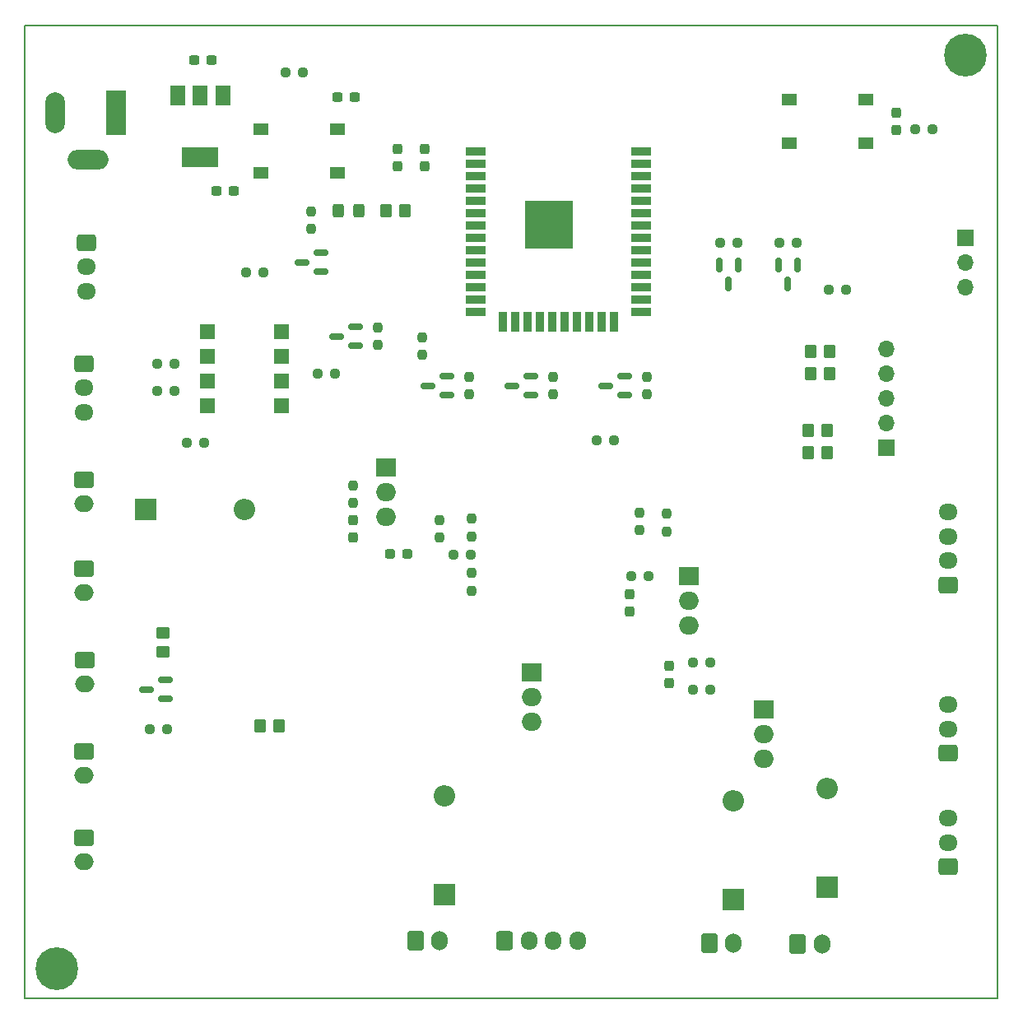
<source format=gbr>
%TF.GenerationSoftware,KiCad,Pcbnew,(6.0.7)*%
%TF.CreationDate,2022-10-25T22:42:20-05:00*%
%TF.ProjectId,embebidos,656d6265-6269-4646-9f73-2e6b69636164,rev?*%
%TF.SameCoordinates,Original*%
%TF.FileFunction,Soldermask,Top*%
%TF.FilePolarity,Negative*%
%FSLAX46Y46*%
G04 Gerber Fmt 4.6, Leading zero omitted, Abs format (unit mm)*
G04 Created by KiCad (PCBNEW (6.0.7)) date 2022-10-25 22:42:20*
%MOMM*%
%LPD*%
G01*
G04 APERTURE LIST*
G04 Aperture macros list*
%AMRoundRect*
0 Rectangle with rounded corners*
0 $1 Rounding radius*
0 $2 $3 $4 $5 $6 $7 $8 $9 X,Y pos of 4 corners*
0 Add a 4 corners polygon primitive as box body*
4,1,4,$2,$3,$4,$5,$6,$7,$8,$9,$2,$3,0*
0 Add four circle primitives for the rounded corners*
1,1,$1+$1,$2,$3*
1,1,$1+$1,$4,$5*
1,1,$1+$1,$6,$7*
1,1,$1+$1,$8,$9*
0 Add four rect primitives between the rounded corners*
20,1,$1+$1,$2,$3,$4,$5,0*
20,1,$1+$1,$4,$5,$6,$7,0*
20,1,$1+$1,$6,$7,$8,$9,0*
20,1,$1+$1,$8,$9,$2,$3,0*%
G04 Aperture macros list end*
%TA.AperFunction,Profile*%
%ADD10C,0.150000*%
%TD*%
%ADD11R,2.200000X2.200000*%
%ADD12O,2.200000X2.200000*%
%ADD13RoundRect,0.250000X-0.600000X-0.750000X0.600000X-0.750000X0.600000X0.750000X-0.600000X0.750000X0*%
%ADD14O,1.700000X2.000000*%
%ADD15RoundRect,0.237500X-0.237500X0.250000X-0.237500X-0.250000X0.237500X-0.250000X0.237500X0.250000X0*%
%ADD16RoundRect,0.237500X0.237500X-0.250000X0.237500X0.250000X-0.237500X0.250000X-0.237500X-0.250000X0*%
%ADD17RoundRect,0.237500X-0.237500X0.287500X-0.237500X-0.287500X0.237500X-0.287500X0.237500X0.287500X0*%
%ADD18RoundRect,0.250000X-0.725000X0.600000X-0.725000X-0.600000X0.725000X-0.600000X0.725000X0.600000X0*%
%ADD19O,1.950000X1.700000*%
%ADD20RoundRect,0.237500X0.237500X-0.287500X0.237500X0.287500X-0.237500X0.287500X-0.237500X-0.287500X0*%
%ADD21RoundRect,0.237500X-0.250000X-0.237500X0.250000X-0.237500X0.250000X0.237500X-0.250000X0.237500X0*%
%ADD22RoundRect,0.237500X0.237500X-0.300000X0.237500X0.300000X-0.237500X0.300000X-0.237500X-0.300000X0*%
%ADD23RoundRect,0.237500X-0.300000X-0.237500X0.300000X-0.237500X0.300000X0.237500X-0.300000X0.237500X0*%
%ADD24RoundRect,0.250000X-0.350000X-0.450000X0.350000X-0.450000X0.350000X0.450000X-0.350000X0.450000X0*%
%ADD25R,2.000000X1.905000*%
%ADD26O,2.000000X1.905000*%
%ADD27RoundRect,0.237500X0.300000X0.237500X-0.300000X0.237500X-0.300000X-0.237500X0.300000X-0.237500X0*%
%ADD28RoundRect,0.237500X0.250000X0.237500X-0.250000X0.237500X-0.250000X-0.237500X0.250000X-0.237500X0*%
%ADD29RoundRect,0.250000X0.350000X0.450000X-0.350000X0.450000X-0.350000X-0.450000X0.350000X-0.450000X0*%
%ADD30R,1.700000X1.700000*%
%ADD31O,1.700000X1.700000*%
%ADD32RoundRect,0.250000X0.725000X-0.600000X0.725000X0.600000X-0.725000X0.600000X-0.725000X-0.600000X0*%
%ADD33RoundRect,0.250000X-0.750000X0.600000X-0.750000X-0.600000X0.750000X-0.600000X0.750000X0.600000X0*%
%ADD34O,2.000000X1.700000*%
%ADD35R,2.000000X0.900000*%
%ADD36R,0.900000X2.000000*%
%ADD37R,5.000000X5.000000*%
%ADD38C,4.400000*%
%ADD39C,2.600000*%
%ADD40RoundRect,0.250000X-0.325000X-0.450000X0.325000X-0.450000X0.325000X0.450000X-0.325000X0.450000X0*%
%ADD41R,1.550000X1.300000*%
%ADD42RoundRect,0.150000X0.587500X0.150000X-0.587500X0.150000X-0.587500X-0.150000X0.587500X-0.150000X0*%
%ADD43R,1.500000X2.000000*%
%ADD44R,3.800000X2.000000*%
%ADD45R,2.000000X4.600000*%
%ADD46O,2.000000X4.200000*%
%ADD47O,4.200000X2.000000*%
%ADD48R,1.600000X1.600000*%
%ADD49RoundRect,0.237500X-0.287500X-0.237500X0.287500X-0.237500X0.287500X0.237500X-0.287500X0.237500X0*%
%ADD50RoundRect,0.250000X-0.450000X0.350000X-0.450000X-0.350000X0.450000X-0.350000X0.450000X0.350000X0*%
%ADD51RoundRect,0.150000X-0.150000X0.587500X-0.150000X-0.587500X0.150000X-0.587500X0.150000X0.587500X0*%
%ADD52RoundRect,0.250000X-0.600000X-0.725000X0.600000X-0.725000X0.600000X0.725000X-0.600000X0.725000X0*%
%ADD53O,1.700000X1.950000*%
G04 APERTURE END LIST*
D10*
X53594000Y-41910000D02*
X153670000Y-41910000D01*
X153670000Y-41910000D02*
X153670000Y-141986000D01*
X153670000Y-141986000D02*
X53594000Y-141986000D01*
X53594000Y-141986000D02*
X53594000Y-41910000D01*
D11*
%TO.C,D7*%
X96774000Y-131318000D03*
D12*
X96774000Y-121158000D03*
%TD*%
D13*
%TO.C,Vent1*%
X123972000Y-136352000D03*
D14*
X126472000Y-136352000D03*
%TD*%
D15*
%TO.C,R9*%
X87376000Y-89257500D03*
X87376000Y-91082500D03*
%TD*%
%TO.C,R16*%
X116840000Y-92051500D03*
X116840000Y-93876500D03*
%TD*%
D16*
%TO.C,R12*%
X99568000Y-100076000D03*
X99568000Y-98251000D03*
%TD*%
D17*
%TO.C,D6*%
X119888000Y-107837000D03*
X119888000Y-109587000D03*
%TD*%
D18*
%TO.C,Botones_M1*%
X59690000Y-76708000D03*
D19*
X59690000Y-79208000D03*
X59690000Y-81708000D03*
%TD*%
D13*
%TO.C,Vent2*%
X133096000Y-136398000D03*
D14*
X135596000Y-136398000D03*
%TD*%
D20*
%TO.C,D1*%
X115824000Y-102221000D03*
X115824000Y-100471000D03*
%TD*%
D16*
%TO.C,R29*%
X117602000Y-79906500D03*
X117602000Y-78081500D03*
%TD*%
D21*
%TO.C,R28*%
X83669500Y-77724000D03*
X85494500Y-77724000D03*
%TD*%
D22*
%TO.C,C2*%
X91948000Y-56388000D03*
X91948000Y-54663000D03*
%TD*%
D23*
%TO.C,C1*%
X73305500Y-58928000D03*
X75030500Y-58928000D03*
%TD*%
D24*
%TO.C,R_p1*%
X90694000Y-60960000D03*
X92694000Y-60960000D03*
%TD*%
D21*
%TO.C,10k3*%
X76303500Y-67310000D03*
X78128500Y-67310000D03*
%TD*%
D16*
%TO.C,R27*%
X89916000Y-74826500D03*
X89916000Y-73001500D03*
%TD*%
D25*
%TO.C,Q2*%
X121920000Y-98552000D03*
D26*
X121920000Y-101092000D03*
X121920000Y-103632000D03*
%TD*%
D16*
%TO.C,10k4*%
X83058000Y-62888500D03*
X83058000Y-61063500D03*
%TD*%
D27*
%TO.C,C6*%
X87476500Y-49276000D03*
X85751500Y-49276000D03*
%TD*%
D28*
%TO.C,R10*%
X124102500Y-110236000D03*
X122277500Y-110236000D03*
%TD*%
D13*
%TO.C,Humi1*%
X93746000Y-136098000D03*
D14*
X96246000Y-136098000D03*
%TD*%
D29*
%TO.C,RCL2*%
X136128000Y-85852000D03*
X134128000Y-85852000D03*
%TD*%
D30*
%TO.C,J_I2C1*%
X142158000Y-85364000D03*
D31*
X142158000Y-82824000D03*
X142158000Y-80284000D03*
X142158000Y-77744000D03*
X142158000Y-75204000D03*
%TD*%
D15*
%TO.C,R7*%
X96266000Y-92813500D03*
X96266000Y-94638500D03*
%TD*%
D16*
%TO.C,R3*%
X119634000Y-93980000D03*
X119634000Y-92155000D03*
%TD*%
D11*
%TO.C,D8*%
X136144000Y-130556000D03*
D12*
X136144000Y-120396000D03*
%TD*%
D32*
%TO.C,DHT11_2*%
X148590000Y-116800000D03*
D19*
X148590000Y-114300000D03*
X148590000Y-111800000D03*
%TD*%
D16*
%TO.C,R11*%
X107950000Y-79906500D03*
X107950000Y-78081500D03*
%TD*%
D18*
%TO.C,SE1*%
X59944000Y-64262000D03*
D19*
X59944000Y-66762000D03*
X59944000Y-69262000D03*
%TD*%
D22*
%TO.C,C4*%
X143256000Y-52678500D03*
X143256000Y-50953500D03*
%TD*%
D33*
%TO.C,LedRojo1*%
X59736000Y-107208000D03*
D34*
X59736000Y-109708000D03*
%TD*%
D25*
%TO.C,Q3*%
X105735000Y-108458000D03*
D26*
X105735000Y-110998000D03*
X105735000Y-113538000D03*
%TD*%
D35*
%TO.C,U1*%
X99958000Y-54907000D03*
X99958000Y-56177000D03*
X99958000Y-57447000D03*
X99958000Y-58717000D03*
X99958000Y-59987000D03*
X99958000Y-61257000D03*
X99958000Y-62527000D03*
X99958000Y-63797000D03*
X99958000Y-65067000D03*
X99958000Y-66337000D03*
X99958000Y-67607000D03*
X99958000Y-68877000D03*
X99958000Y-70147000D03*
X99958000Y-71417000D03*
D36*
X102743000Y-72417000D03*
X104013000Y-72417000D03*
X105283000Y-72417000D03*
X106553000Y-72417000D03*
X107823000Y-72417000D03*
X109093000Y-72417000D03*
X110363000Y-72417000D03*
X111633000Y-72417000D03*
X112903000Y-72417000D03*
X114173000Y-72417000D03*
D35*
X116958000Y-71417000D03*
X116958000Y-70147000D03*
X116958000Y-68877000D03*
X116958000Y-67607000D03*
X116958000Y-66337000D03*
X116958000Y-65067000D03*
X116958000Y-63797000D03*
X116958000Y-62527000D03*
X116958000Y-61257000D03*
X116958000Y-59987000D03*
X116958000Y-58717000D03*
X116958000Y-57447000D03*
X116958000Y-56177000D03*
X116958000Y-54907000D03*
D37*
X107458000Y-62407000D03*
%TD*%
D21*
%TO.C,R1*%
X80367500Y-46736000D03*
X82192500Y-46736000D03*
%TD*%
D38*
%TO.C,REF\u002A\u002A*%
X150368000Y-44958000D03*
D39*
X150368000Y-44958000D03*
%TD*%
D33*
%TO.C,LedVerde1*%
X59690000Y-125476000D03*
D34*
X59690000Y-127976000D03*
%TD*%
D33*
%TO.C,J3*%
X59690000Y-97790000D03*
D34*
X59690000Y-100290000D03*
%TD*%
D33*
%TO.C,Buzzer1*%
X59690000Y-116586000D03*
D34*
X59690000Y-119086000D03*
%TD*%
D40*
%TO.C,L_p1*%
X85843000Y-60960000D03*
X87893000Y-60960000D03*
%TD*%
D28*
%TO.C,R20*%
X138072500Y-69088000D03*
X136247500Y-69088000D03*
%TD*%
D16*
%TO.C,R4*%
X99568000Y-94488000D03*
X99568000Y-92663000D03*
%TD*%
D38*
%TO.C,REF\u002A\u002A*%
X56896000Y-138938000D03*
D39*
X56896000Y-138938000D03*
%TD*%
D28*
%TO.C,R19*%
X132992500Y-64262000D03*
X131167500Y-64262000D03*
%TD*%
D41*
%TO.C,BOOT1*%
X140119000Y-54066000D03*
X132169000Y-54066000D03*
X140119000Y-49566000D03*
X132169000Y-49566000D03*
%TD*%
D11*
%TO.C,D3*%
X126492000Y-131826000D03*
D12*
X126492000Y-121666000D03*
%TD*%
D28*
%TO.C,R2*%
X146962500Y-52578000D03*
X145137500Y-52578000D03*
%TD*%
D42*
%TO.C,Q15*%
X87551500Y-74864000D03*
X87551500Y-72964000D03*
X85676500Y-73914000D03*
%TD*%
D28*
%TO.C,R8*%
X124102500Y-107442000D03*
X122277500Y-107442000D03*
%TD*%
D43*
%TO.C,U2*%
X73928000Y-49174000D03*
D44*
X71628000Y-55474000D03*
D43*
X71628000Y-49174000D03*
X69328000Y-49174000D03*
%TD*%
D11*
%TO.C,D4*%
X66040000Y-91694000D03*
D12*
X76200000Y-91694000D03*
%TD*%
D45*
%TO.C,J2*%
X62992000Y-50912000D03*
D46*
X56692000Y-50912000D03*
D47*
X60092000Y-55712000D03*
%TD*%
D28*
%TO.C,R15*%
X126896500Y-64262000D03*
X125071500Y-64262000D03*
%TD*%
D42*
%TO.C,Q8*%
X83995500Y-67244000D03*
X83995500Y-65344000D03*
X82120500Y-66294000D03*
%TD*%
%TO.C,Q16*%
X115237500Y-79944000D03*
X115237500Y-78044000D03*
X113362500Y-78994000D03*
%TD*%
D28*
%TO.C,R6*%
X99464500Y-96369500D03*
X97639500Y-96369500D03*
%TD*%
%TO.C,10k2*%
X68984500Y-79502000D03*
X67159500Y-79502000D03*
%TD*%
D48*
%TO.C,U3*%
X72390000Y-73406000D03*
X72390000Y-75946000D03*
X72390000Y-78486000D03*
X72390000Y-81026000D03*
X80010000Y-81026000D03*
X80010000Y-78486000D03*
X80010000Y-75946000D03*
X80010000Y-73406000D03*
%TD*%
D32*
%TO.C,DHT11_1*%
X148544000Y-128484000D03*
D19*
X148544000Y-125984000D03*
X148544000Y-123484000D03*
%TD*%
D15*
%TO.C,R24*%
X94488000Y-74017500D03*
X94488000Y-75842500D03*
%TD*%
D16*
%TO.C,R23*%
X99314000Y-79906500D03*
X99314000Y-78081500D03*
%TD*%
D49*
%TO.C,D2*%
X91186000Y-96266000D03*
X92936000Y-96266000D03*
%TD*%
D32*
%TO.C,Pantalla-I2C1*%
X148544000Y-99508000D03*
D19*
X148544000Y-97008000D03*
X148544000Y-94508000D03*
X148544000Y-92008000D03*
%TD*%
D28*
%TO.C,R5*%
X117752500Y-98552000D03*
X115927500Y-98552000D03*
%TD*%
D21*
%TO.C,10k1*%
X67159500Y-76708000D03*
X68984500Y-76708000D03*
%TD*%
D41*
%TO.C,EN1*%
X85763000Y-52614000D03*
X77813000Y-52614000D03*
X85763000Y-57114000D03*
X77813000Y-57114000D03*
%TD*%
D25*
%TO.C,Q4*%
X90749000Y-87376000D03*
D26*
X90749000Y-89916000D03*
X90749000Y-92456000D03*
%TD*%
D29*
%TO.C,RDA1*%
X136382000Y-75438000D03*
X134382000Y-75438000D03*
%TD*%
%TO.C,RDA2*%
X136382000Y-77724000D03*
X134382000Y-77724000D03*
%TD*%
D50*
%TO.C,R_p3*%
X67818000Y-104410000D03*
X67818000Y-106410000D03*
%TD*%
D23*
%TO.C,C5*%
X71019500Y-45466000D03*
X72744500Y-45466000D03*
%TD*%
D42*
%TO.C,Q1*%
X67993500Y-111186000D03*
X67993500Y-109286000D03*
X66118500Y-110236000D03*
%TD*%
D29*
%TO.C,RCL1*%
X136128000Y-83566000D03*
X134128000Y-83566000D03*
%TD*%
D28*
%TO.C,Rb1*%
X68222500Y-114300000D03*
X66397500Y-114300000D03*
%TD*%
D33*
%TO.C,Bomba1*%
X59690000Y-88646000D03*
D34*
X59690000Y-91146000D03*
%TD*%
D28*
%TO.C,R30*%
X114196500Y-84582000D03*
X112371500Y-84582000D03*
%TD*%
D22*
%TO.C,C3*%
X94742000Y-56388000D03*
X94742000Y-54663000D03*
%TD*%
D51*
%TO.C,Q11*%
X133030000Y-66626500D03*
X131130000Y-66626500D03*
X132080000Y-68501500D03*
%TD*%
D52*
%TO.C,HC-SR1*%
X102930000Y-136098000D03*
D53*
X105430000Y-136098000D03*
X107930000Y-136098000D03*
X110430000Y-136098000D03*
%TD*%
D42*
%TO.C,Q6*%
X105585500Y-79944000D03*
X105585500Y-78044000D03*
X103710500Y-78994000D03*
%TD*%
D25*
%TO.C,Q5*%
X129611000Y-112268000D03*
D26*
X129611000Y-114808000D03*
X129611000Y-117348000D03*
%TD*%
D20*
%TO.C,D5*%
X87376000Y-94601000D03*
X87376000Y-92851000D03*
%TD*%
D24*
%TO.C,R_p2*%
X77733645Y-114038548D03*
X79733645Y-114038548D03*
%TD*%
D30*
%TO.C,J1*%
X150368000Y-63769000D03*
D31*
X150368000Y-66309000D03*
X150368000Y-68849000D03*
%TD*%
D42*
%TO.C,Q13*%
X96949500Y-79944000D03*
X96949500Y-78044000D03*
X95074500Y-78994000D03*
%TD*%
D51*
%TO.C,Q9*%
X126934000Y-66626500D03*
X125034000Y-66626500D03*
X125984000Y-68501500D03*
%TD*%
D28*
%TO.C,7k1*%
X72032500Y-84836000D03*
X70207500Y-84836000D03*
%TD*%
M02*

</source>
